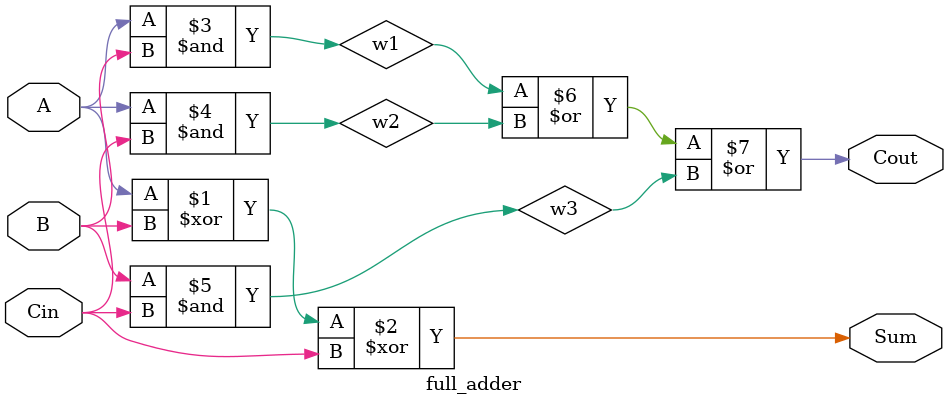
<source format=v>
/*
Full Adder model in Verilog w/ testbench.
Compile with: iverilog -wimplicit -c filelist.txt -o fulladder.vvp 
*/
module full_adder(A, B, Cin, Sum, Cout);

input A, B, Cin;
output Sum, Cout;
wire w1, w2, w3; //wires needed other than inputs/outputs

// create gates
xor sumXOR(Sum, A, B, Cin); //(output, inputs)
and AND1(w1, A, B);
and AND2(w2, A, Cin);
and AND3(w3, B, Cin);
or coutOR(Cout, w1, w2, w3);


endmodule
</source>
